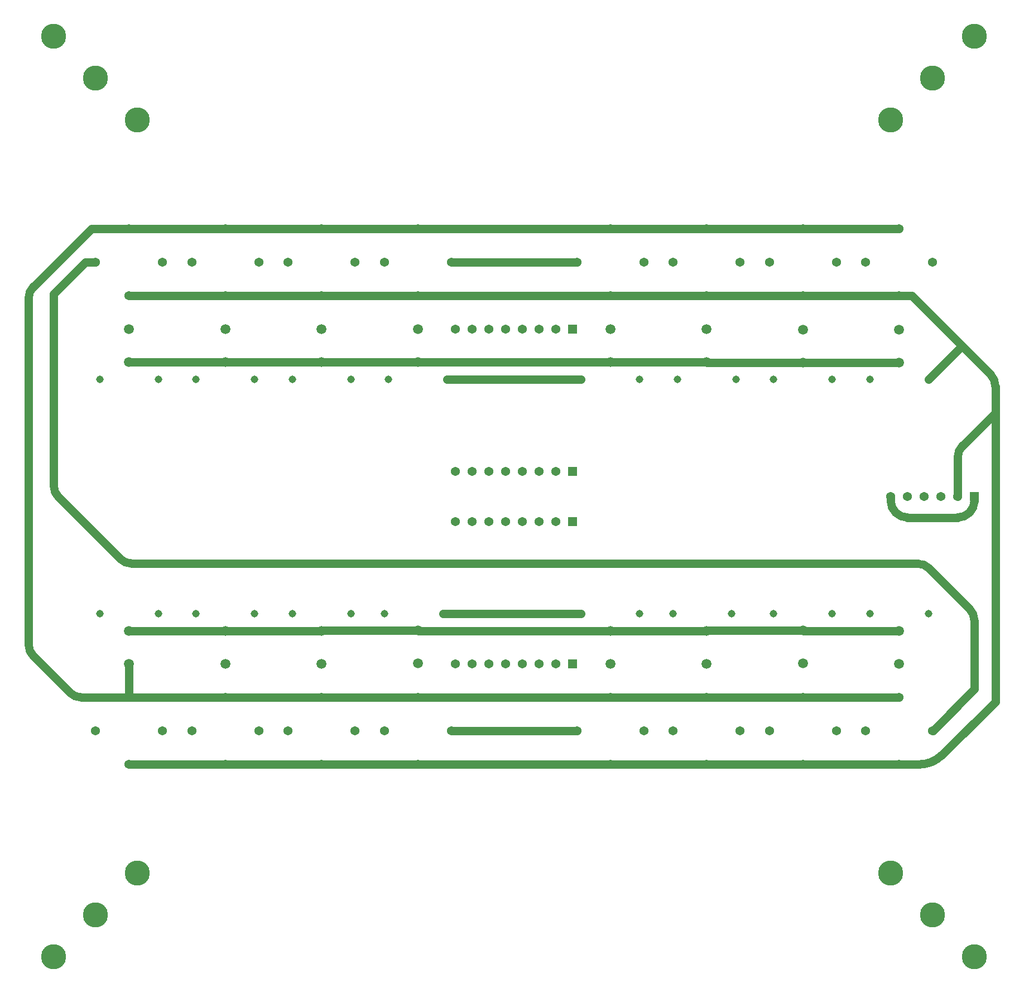
<source format=gbr>
%TF.GenerationSoftware,Altium Limited,Altium Designer,24.0.1 (36)*%
G04 Layer_Physical_Order=2*
G04 Layer_Color=16711680*
%FSLAX45Y45*%
%MOMM*%
%TF.SameCoordinates,30B9EBA5-48D0-47E5-9341-C4D43BC7BEBE*%
%TF.FilePolarity,Positive*%
%TF.FileFunction,Copper,L2,Bot,Signal*%
%TF.Part,Single*%
G01*
G75*
%TA.AperFunction,Conductor*%
%ADD10C,1.27000*%
%TA.AperFunction,ComponentPad*%
%ADD11R,1.37000X1.37000*%
%ADD12C,1.37000*%
%TA.AperFunction,WasherPad*%
%ADD13C,3.81000*%
%TA.AperFunction,ComponentPad*%
%ADD14C,1.14300*%
%ADD15C,1.49860*%
D10*
X6731000Y-317500D02*
G03*
X6985000Y-63500I0J254000D01*
G01*
X5715000D02*
G03*
X5969000Y-317500I254000J0D01*
G01*
X4381500Y-2032000D02*
G03*
X4389500Y-2040000I8000J0D01*
G01*
X6805395Y772895D02*
G03*
X6731000Y593290I179605J-179605D01*
G01*
X2929000Y-2032000D02*
G03*
X2921000Y-2040000I0J-8000D01*
G01*
X-1460500Y-2032000D02*
G03*
X-1452500Y-2040000I8000J0D01*
G01*
X-2913000Y-2032000D02*
G03*
X-2921000Y-2040000I0J-8000D01*
G01*
X2921000Y2040000D02*
G03*
X2929000Y2032000I8000J0D01*
G01*
X-7291605Y3185895D02*
G03*
X-7366000Y3006290I179605J-179605D01*
G01*
X-6741895Y-2973605D02*
G03*
X-6562289Y-3048000I179605J179605D01*
G01*
X-7366000Y-2244290D02*
G03*
X-7291605Y-2423895I254000J0D01*
G01*
X7302500Y1672790D02*
G03*
X7228105Y1852395I-254000J0D01*
G01*
X6985000Y-1883210D02*
G03*
X6910605Y-1703605I-254000J0D01*
G01*
X6297395Y-1090395D02*
G03*
X6117790Y-1016000I-179605J-179605D01*
G01*
X-5979895Y-941605D02*
G03*
X-5800290Y-1016000I179605J179605D01*
G01*
X-6985000Y168710D02*
G03*
X-6910605Y-10895I254000J0D01*
G01*
X6154986Y-4064000D02*
G03*
X6487895Y-3926105I1J470803D01*
G01*
X5969000Y-317500D02*
X6731000D01*
X5715000Y-63500D02*
Y0D01*
X6985000Y-63500D02*
Y0D01*
X4389500Y-2040000D02*
X5842000D01*
X2929000Y-2032000D02*
X4381500D01*
X7302500Y1270000D02*
Y1672790D01*
Y-3111500D02*
Y1270000D01*
X6805395Y772895D02*
X7302500Y1270000D01*
X6731000Y0D02*
Y593290D01*
X1460500Y-2040000D02*
X2921000D01*
X-2913000Y-2032000D02*
X-1460500D01*
X-1452500Y-2040000D02*
X1460500D01*
X-4381500D02*
X-2921000D01*
X2929000Y2032000D02*
X4381500D01*
X1460500Y2040000D02*
X2921000D01*
X1460500Y4064000D02*
X2921000D01*
X-1460500D02*
X1460500D01*
X-2921000D02*
X-1460500D01*
X-7291605Y3185895D02*
X-6413500Y4064000D01*
X-6562289Y-3048000D02*
X-6091487D01*
X-7366000Y-2201645D02*
X-7366000Y3006290D01*
Y-2244290D02*
Y-2159000D01*
X-7291605Y-2423895D02*
X-6741895Y-2973605D01*
X-1016000Y1778000D02*
X1016000D01*
X-1079500Y-1778000D02*
X1016000D01*
X6794500Y2286000D02*
X7228105Y1852395D01*
X-5843913Y3046087D02*
X-1462413D01*
X6487895Y-3926105D02*
X7302500Y-3111500D01*
X6353266Y-3552734D02*
X6985000Y-2921000D01*
Y-1883210D01*
X5842000Y-4064000D02*
X6154987D01*
X4381500D02*
X5842000D01*
X2921000D02*
X4381500D01*
X1460500D02*
X2921000D01*
X-1460500D02*
X1460500D01*
X-2921000D02*
X-1460500D01*
X-4381500D02*
X-2921000D01*
X-5842000Y-4064000D02*
X-4381500Y-4064000D01*
Y4064000D02*
X-2921000D01*
X-6413500D02*
X-5842000D01*
X-4381500D01*
X6297395Y-1090395D02*
X6910605Y-1703605D01*
X-6985000Y168710D02*
Y3076526D01*
X-5800290Y-1016000D02*
X6117790D01*
X-6910605Y-10895D02*
X-5979895Y-941605D01*
X-6985000Y3076526D02*
X-6505526Y3556000D01*
X-6350000D01*
X-1460500Y3048000D02*
X1460500D01*
X-1462413Y3046087D02*
X-1460500Y3048000D01*
X1460500D02*
X2921000D01*
X4381500D02*
X5842000D01*
X6032500D01*
X2921000D02*
X4381500D01*
X6032500D02*
X6794500Y2286000D01*
X4381500Y4064000D02*
X5842000D01*
X2921000D02*
X4381500D01*
X-952500Y3556000D02*
X952500D01*
X-5842000Y-3048000D02*
X-4381500D01*
X-6091487D02*
X-5842000D01*
X-6091487Y-3048000D02*
X-6091487Y-3048000D01*
X-5842000Y-2984500D02*
Y-2540000D01*
X-4381500Y-3048000D02*
X-2921000D01*
X-1460500D01*
X1460500D01*
X2921000D01*
X4381500D01*
X5842000D01*
X-952500Y-3556000D02*
X-952499Y-3555999D01*
X952499D01*
X-5842000Y-2040000D02*
X-4381500D01*
X6286500Y1778000D02*
X6794500Y2286000D01*
X4381500Y2032000D02*
X5842000D01*
X-1460500Y2040000D02*
X1460500D01*
X-2921000D02*
X-1460500D01*
X-4381500D02*
X-2921000D01*
X-5842000D02*
X-4381500D01*
D11*
X6985000Y0D02*
D03*
X889000Y-2540000D02*
D03*
Y2540000D02*
D03*
Y381000D02*
D03*
Y-381000D02*
D03*
D12*
X6731000Y0D02*
D03*
X6477000D02*
D03*
X6223000D02*
D03*
X5969000D02*
D03*
X5715000D02*
D03*
X-889000Y-2540000D02*
D03*
X-635000D02*
D03*
X-381000D02*
D03*
X-127000D02*
D03*
X127000D02*
D03*
X381000D02*
D03*
X635000D02*
D03*
X-889000Y2540000D02*
D03*
X-635000D02*
D03*
X-381000D02*
D03*
X-127000D02*
D03*
X127000D02*
D03*
X381000D02*
D03*
X635000D02*
D03*
X4889500Y3556000D02*
D03*
X3873500D02*
D03*
X4381500Y3048000D02*
D03*
Y4064000D02*
D03*
X3429000Y3556000D02*
D03*
X2413000D02*
D03*
X2921000Y3048000D02*
D03*
Y4064000D02*
D03*
X1968500Y3556000D02*
D03*
X952500D02*
D03*
X1460500Y3048000D02*
D03*
Y4064000D02*
D03*
X-952500Y3556000D02*
D03*
X-1968500D02*
D03*
X-1460500Y3048000D02*
D03*
Y4064000D02*
D03*
X-2921000D02*
D03*
Y3048000D02*
D03*
X-3429000Y3556000D02*
D03*
X-2413000D02*
D03*
X-3873500D02*
D03*
X-4889500D02*
D03*
X-4381500Y3048000D02*
D03*
Y4064000D02*
D03*
X-5334000Y3556000D02*
D03*
X-6350000D02*
D03*
X-5842000Y3048000D02*
D03*
Y4064000D02*
D03*
X-889000Y381000D02*
D03*
X-635000D02*
D03*
X-381000D02*
D03*
X-127000D02*
D03*
X127000D02*
D03*
X381000D02*
D03*
X635000D02*
D03*
X-889000Y-381000D02*
D03*
X-635000D02*
D03*
X-381000D02*
D03*
X-127000D02*
D03*
X127000D02*
D03*
X381000D02*
D03*
X635000D02*
D03*
X5842000Y-3048000D02*
D03*
Y-4064000D02*
D03*
X5334000Y-3556000D02*
D03*
X6350000D02*
D03*
X4381500Y-3048000D02*
D03*
Y-4064000D02*
D03*
X3873500Y-3556000D02*
D03*
X4889500D02*
D03*
X2921000Y-3048000D02*
D03*
Y-4064000D02*
D03*
X2413000Y-3556000D02*
D03*
X3429000D02*
D03*
X1460500Y-3048000D02*
D03*
Y-4064000D02*
D03*
X952500Y-3556000D02*
D03*
X1968500D02*
D03*
X-1460500Y-3048000D02*
D03*
Y-4064000D02*
D03*
X-1968500Y-3556000D02*
D03*
X-952500D02*
D03*
X-2921000Y-3048000D02*
D03*
Y-4064000D02*
D03*
X-3429000Y-3556000D02*
D03*
X-2413000D02*
D03*
X-4381500Y-3048000D02*
D03*
Y-4064000D02*
D03*
X-4889500Y-3556000D02*
D03*
X-3873500D02*
D03*
X-5842000Y-3048000D02*
D03*
Y-4064000D02*
D03*
X-6350000Y-3556000D02*
D03*
X-5334000D02*
D03*
X5842000Y4064000D02*
D03*
Y3048000D02*
D03*
X5334000Y3556000D02*
D03*
X6350000D02*
D03*
D13*
X-5715000Y5715000D02*
D03*
X5715000D02*
D03*
Y-5715000D02*
D03*
X-5715000D02*
D03*
X-6350000Y6350000D02*
D03*
X6350000D02*
D03*
Y-6350000D02*
D03*
X-6350000D02*
D03*
X-6985000Y-6985000D02*
D03*
X6985000D02*
D03*
Y6985000D02*
D03*
X-6985000D02*
D03*
D14*
X-5397500Y1778000D02*
D03*
X-6286500D02*
D03*
X-3365500D02*
D03*
X-2476500D02*
D03*
X-1905000D02*
D03*
X-1016000D02*
D03*
X-4826000D02*
D03*
X-3937000D02*
D03*
X6286500Y-1778000D02*
D03*
X5397500D02*
D03*
X4826000D02*
D03*
X3937000D02*
D03*
X3302000D02*
D03*
X2413000D02*
D03*
X1905000D02*
D03*
X1016000D02*
D03*
X-1079500D02*
D03*
X-1968500D02*
D03*
X-2476500D02*
D03*
X-3365500D02*
D03*
X-3937000D02*
D03*
X-4826000D02*
D03*
X-5397500D02*
D03*
X-6286500D02*
D03*
X4826000Y1781620D02*
D03*
X3937000D02*
D03*
X1905000Y1778000D02*
D03*
X1016000D02*
D03*
X3365500D02*
D03*
X2476500D02*
D03*
X6286500D02*
D03*
X5397500D02*
D03*
D15*
X-1460500Y2040000D02*
D03*
Y2540000D02*
D03*
X-5842000Y2040000D02*
D03*
Y2540000D02*
D03*
X-4381500Y2040000D02*
D03*
Y2540000D02*
D03*
X-2921000Y2040000D02*
D03*
Y2540000D02*
D03*
X5842000Y-2040000D02*
D03*
Y-2540000D02*
D03*
X4381500Y-2032000D02*
D03*
Y-2532000D02*
D03*
X2921000Y-2040000D02*
D03*
Y-2540000D02*
D03*
X1460500Y-2040000D02*
D03*
Y-2540000D02*
D03*
X-1460500Y-2032000D02*
D03*
Y-2532000D02*
D03*
X-2921000Y-2040000D02*
D03*
Y-2540000D02*
D03*
X-4381500Y-2040000D02*
D03*
Y-2540000D02*
D03*
X-5842000Y-2040000D02*
D03*
Y-2540000D02*
D03*
X5842000Y2532000D02*
D03*
Y2032000D02*
D03*
X4381500Y2532000D02*
D03*
Y2032000D02*
D03*
X2921000Y2540000D02*
D03*
Y2040000D02*
D03*
X1460500Y2540000D02*
D03*
Y2040000D02*
D03*
%TF.MD5,8cac603ae2ac0829a2e19dc70ca0267b*%
M02*

</source>
